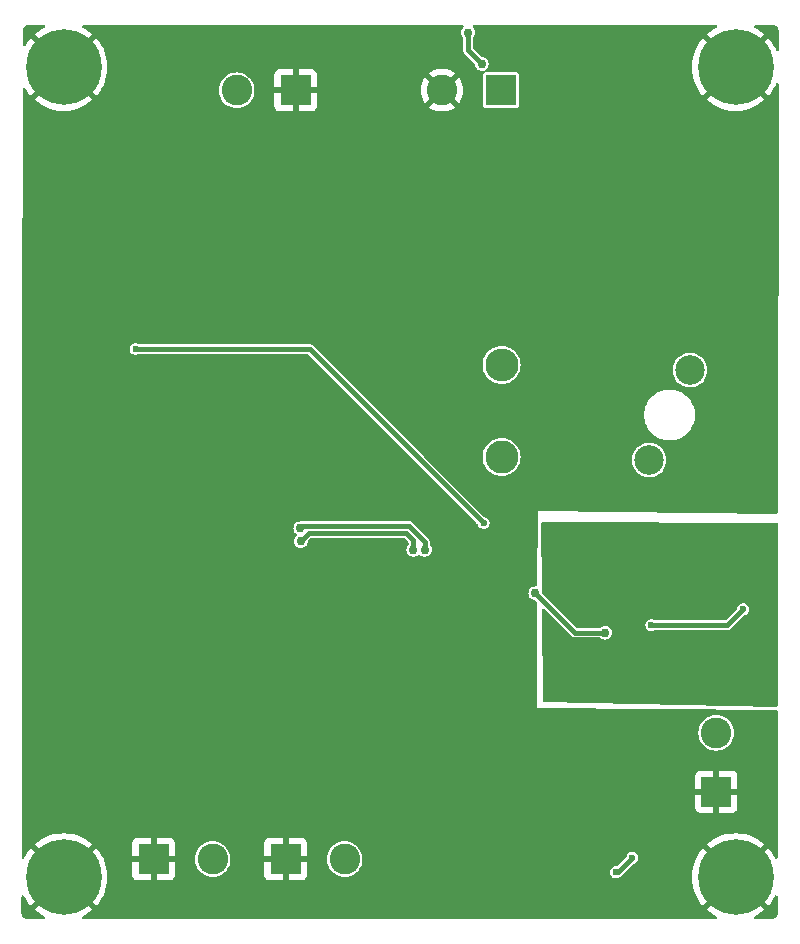
<source format=gbr>
%TF.GenerationSoftware,KiCad,Pcbnew,8.0.4*%
%TF.CreationDate,2025-06-08T20:42:27-04:00*%
%TF.ProjectId,12V-48V_Boost_Board,3132562d-3438-4565-9f42-6f6f73745f42,rev?*%
%TF.SameCoordinates,Original*%
%TF.FileFunction,Copper,L2,Bot*%
%TF.FilePolarity,Positive*%
%FSLAX46Y46*%
G04 Gerber Fmt 4.6, Leading zero omitted, Abs format (unit mm)*
G04 Created by KiCad (PCBNEW 8.0.4) date 2025-06-08 20:42:27*
%MOMM*%
%LPD*%
G01*
G04 APERTURE LIST*
%TA.AperFunction,ComponentPad*%
%ADD10C,2.600000*%
%TD*%
%TA.AperFunction,ComponentPad*%
%ADD11R,2.600000X2.600000*%
%TD*%
%TA.AperFunction,ComponentPad*%
%ADD12C,6.400000*%
%TD*%
%TA.AperFunction,ComponentPad*%
%ADD13C,2.800000*%
%TD*%
%TA.AperFunction,ComponentPad*%
%ADD14O,2.800000X2.800000*%
%TD*%
%TA.AperFunction,ComponentPad*%
%ADD15C,2.500000*%
%TD*%
%TA.AperFunction,ViaPad*%
%ADD16C,0.600000*%
%TD*%
%TA.AperFunction,ViaPad*%
%ADD17C,0.762000*%
%TD*%
%TA.AperFunction,Conductor*%
%ADD18C,0.406400*%
%TD*%
G04 APERTURE END LIST*
D10*
%TO.P,J4,2,Pin_2*%
%TO.N,Net-(J4-Pin_2)*%
X134540000Y-139192000D03*
D11*
%TO.P,J4,1,Pin_1*%
%TO.N,GND*%
X129540000Y-139192000D03*
%TD*%
%TO.P,J3,1,Pin_1*%
%TO.N,GND*%
X166000000Y-133500000D03*
D10*
%TO.P,J3,2,Pin_2*%
%TO.N,Net-(J3-Pin_2)*%
X166000000Y-128500000D03*
%TD*%
D12*
%TO.P,H4,1,1*%
%TO.N,GND*%
X110744000Y-72136000D03*
%TD*%
D11*
%TO.P,J6,1,Pin_1*%
%TO.N,GND*%
X130400000Y-74100000D03*
D10*
%TO.P,J6,2,Pin_2*%
%TO.N,Net-(J6-Pin_2)*%
X125400000Y-74100000D03*
%TD*%
D13*
%TO.P,TH1,1*%
%TO.N,Net-(F1-Pad2)*%
X147828000Y-105156000D03*
D14*
%TO.P,TH1,2*%
%TO.N,/Boost_Board_Chip/12V_INPUT*%
X147828000Y-97356000D03*
%TD*%
D12*
%TO.P,H1,1,1*%
%TO.N,GND*%
X167640000Y-72136000D03*
%TD*%
D15*
%TO.P,F1,1*%
%TO.N,/IN-*%
X163779000Y-97790000D03*
%TO.P,F1,2*%
%TO.N,Net-(F1-Pad2)*%
X160325000Y-105410000D03*
%TD*%
D12*
%TO.P,H3,1,1*%
%TO.N,GND*%
X110744000Y-140716000D03*
%TD*%
%TO.P,H2,1,1*%
%TO.N,GND*%
X167640000Y-140716000D03*
%TD*%
D11*
%TO.P,J1,1,Pin_1*%
%TO.N,+12V*%
X147788000Y-74100000D03*
D10*
%TO.P,J1,2,Pin_2*%
%TO.N,GND*%
X142788000Y-74100000D03*
%TD*%
D11*
%TO.P,J5,1,Pin_1*%
%TO.N,GND*%
X118364000Y-139192000D03*
D10*
%TO.P,J5,2,Pin_2*%
%TO.N,Net-(J5-Pin_2)*%
X123364000Y-139192000D03*
%TD*%
D16*
%TO.N,GND*%
X142900000Y-81200000D03*
X124700000Y-81200000D03*
X129200000Y-77600000D03*
X138400000Y-70900000D03*
D17*
X170000000Y-127500000D03*
X148500000Y-132600000D03*
D16*
X156305400Y-69906400D03*
X154700000Y-75100000D03*
X156800000Y-134000000D03*
X163300000Y-133500000D03*
%TO.N,Net-(J3-Pin_2)*%
X158900000Y-139100000D03*
X157500000Y-140300000D03*
%TO.N,GND*%
X156700000Y-139900000D03*
D17*
X146000000Y-132500000D03*
X143500000Y-132500000D03*
X148500000Y-130000000D03*
X146000000Y-130000000D03*
X143500000Y-130000000D03*
X148500000Y-127500000D03*
X146000000Y-127500000D03*
X143500000Y-127500000D03*
X148500000Y-125000000D03*
X146000000Y-125000000D03*
X143500000Y-125000000D03*
%TO.N,Net-(Q1-G)*%
X141329798Y-113000000D03*
%TO.N,/Boost_Board_Chip/DITHOFF*%
X150688084Y-116700000D03*
X156619587Y-120017082D03*
%TO.N,Net-(C8-Pad1)*%
X130816149Y-112287400D03*
%TO.N,GND*%
X120000000Y-82500000D03*
X118700000Y-82900000D03*
X148500000Y-119521601D03*
X120500000Y-75000000D03*
X112000000Y-79000000D03*
X114700000Y-70000000D03*
%TO.N,+12V*%
X146144000Y-71856000D03*
X145000000Y-69212600D03*
%TO.N,GND*%
X146000000Y-117000000D03*
X146000000Y-114500000D03*
X134500000Y-116000000D03*
X133000000Y-116000000D03*
X134500000Y-114500000D03*
X133000000Y-114500000D03*
X134500000Y-113000000D03*
X133000000Y-113000000D03*
X143500000Y-123000000D03*
%TO.N,Net-(C8-Pad1)*%
X140364595Y-113000000D03*
%TO.N,Net-(Q1-G)*%
X130794999Y-111194999D03*
%TO.N,GND*%
X143500000Y-121000000D03*
X123400000Y-130900000D03*
X123000000Y-129000000D03*
X123000000Y-125000000D03*
X123000000Y-121500000D03*
X146000000Y-112000000D03*
X134500000Y-94000000D03*
X138500000Y-110000000D03*
X138500000Y-106000000D03*
X130500000Y-94000000D03*
X126500000Y-94000000D03*
X122500000Y-94000000D03*
X134500000Y-110000000D03*
X130500000Y-110000000D03*
X126500000Y-110000000D03*
X122500000Y-110000000D03*
X134500000Y-106000000D03*
X130500000Y-106000000D03*
X126500000Y-106000000D03*
X122500000Y-106000000D03*
X134500000Y-102000000D03*
X130500000Y-102000000D03*
X126500000Y-102000000D03*
X122500000Y-102000000D03*
X130500000Y-98000000D03*
X126500000Y-98000000D03*
X122500000Y-98000000D03*
X154000000Y-99500000D03*
X154000000Y-88000000D03*
X169500000Y-85000000D03*
X168500000Y-77500000D03*
X153500000Y-112500000D03*
X170500000Y-113000000D03*
X114500000Y-133000000D03*
X110500000Y-126500000D03*
X110500000Y-118500000D03*
X110500000Y-110500000D03*
X110500000Y-102500000D03*
X110500000Y-94500000D03*
X109000000Y-82000000D03*
D16*
%TO.N,/Boost_Board_Chip/12V_INPUT*%
X116840000Y-96012000D03*
X146304000Y-110744000D03*
%TO.N,GND*%
X155895936Y-116205000D03*
X154362712Y-121428338D03*
X153730920Y-118638535D03*
X155575000Y-121428338D03*
X156519852Y-118734202D03*
X154305000Y-116205000D03*
%TO.N,Net-(U1-FB)*%
X160505002Y-119384202D03*
X168275000Y-118054200D03*
D17*
%TO.N,GND*%
X170000000Y-107500000D03*
X165000000Y-107500000D03*
X170000000Y-102500000D03*
X165000000Y-102500000D03*
X170000000Y-93000000D03*
X109000000Y-90000000D03*
%TD*%
D18*
%TO.N,+12V*%
X145000000Y-70712000D02*
X145000000Y-69212600D01*
X146144000Y-71856000D02*
X145000000Y-70712000D01*
%TO.N,Net-(J3-Pin_2)*%
X157700000Y-140300000D02*
X158900000Y-139100000D01*
X157500000Y-140300000D02*
X157700000Y-140300000D01*
%TO.N,/Boost_Board_Chip/DITHOFF*%
X154005166Y-120017082D02*
X150688084Y-116700000D01*
X156619587Y-120017082D02*
X154005166Y-120017082D01*
%TO.N,Net-(Q1-G)*%
X141329798Y-112329798D02*
X141329798Y-113000000D01*
X140000000Y-111000000D02*
X141329798Y-112329798D01*
X130794999Y-111194999D02*
X130989998Y-111000000D01*
X130989998Y-111000000D02*
X140000000Y-111000000D01*
%TO.N,Net-(C8-Pad1)*%
X140364595Y-112226699D02*
X140364595Y-113000000D01*
X140318948Y-112181052D02*
X140364595Y-112226699D01*
X139747496Y-111609600D02*
X140318948Y-112181052D01*
X134109600Y-111609600D02*
X139747496Y-111609600D01*
X131493949Y-111609600D02*
X134109600Y-111609600D01*
X130816149Y-112287400D02*
X131493949Y-111609600D01*
%TO.N,/Boost_Board_Chip/12V_INPUT*%
X131572000Y-96012000D02*
X146304000Y-110744000D01*
X116840000Y-96012000D02*
X131572000Y-96012000D01*
%TO.N,Net-(U1-FB)*%
X166944998Y-119384202D02*
X168275000Y-118054200D01*
X160505002Y-119384202D02*
X166944998Y-119384202D01*
%TD*%
%TA.AperFunction,Conductor*%
%TO.N,GND*%
G36*
X109523588Y-141758330D02*
G01*
X109701670Y-141936412D01*
X109803300Y-142010251D01*
X108308648Y-143504903D01*
X108308649Y-143504904D01*
X108566206Y-143713468D01*
X108891456Y-143924689D01*
X109127609Y-144045015D01*
X109178405Y-144092989D01*
X109195200Y-144160810D01*
X109172663Y-144226945D01*
X109117948Y-144270397D01*
X109071314Y-144279500D01*
X107702961Y-144279500D01*
X107689078Y-144278720D01*
X107595174Y-144268140D01*
X107568102Y-144261961D01*
X107485523Y-144233065D01*
X107460506Y-144221018D01*
X107386419Y-144174466D01*
X107364710Y-144157153D01*
X107302847Y-144095290D01*
X107285534Y-144073581D01*
X107238982Y-143999494D01*
X107226937Y-143974481D01*
X107198037Y-143891892D01*
X107191861Y-143864834D01*
X107181290Y-143771018D01*
X107180511Y-143756988D01*
X107182412Y-142392264D01*
X107202190Y-142325254D01*
X107255058Y-142279573D01*
X107324230Y-142269726D01*
X107387745Y-142298839D01*
X107416897Y-142336144D01*
X107535310Y-142568543D01*
X107746531Y-142893793D01*
X107955095Y-143151350D01*
X107955096Y-143151350D01*
X109449748Y-141656698D01*
X109523588Y-141758330D01*
G37*
%TD.AperFunction*%
%TA.AperFunction,Conductor*%
G36*
X144575467Y-68592185D02*
G01*
X144621222Y-68644989D01*
X144631166Y-68714147D01*
X144602141Y-68777703D01*
X144583914Y-68794876D01*
X144582987Y-68795587D01*
X144489266Y-68917726D01*
X144430350Y-69059962D01*
X144430349Y-69059964D01*
X144410255Y-69212598D01*
X144410255Y-69212601D01*
X144430349Y-69365235D01*
X144430350Y-69365237D01*
X144489266Y-69507473D01*
X144567477Y-69609400D01*
X144592670Y-69674566D01*
X144593100Y-69684884D01*
X144593100Y-70765567D01*
X144593099Y-70765567D01*
X144620830Y-70869058D01*
X144674398Y-70961841D01*
X144674400Y-70961844D01*
X145522322Y-71809766D01*
X145555807Y-71871089D01*
X145557580Y-71881261D01*
X145569602Y-71972574D01*
X145574350Y-72008637D01*
X145633266Y-72150873D01*
X145726987Y-72273013D01*
X145849127Y-72366734D01*
X145991363Y-72425650D01*
X146039186Y-72431946D01*
X146143999Y-72445745D01*
X146144000Y-72445745D01*
X146248810Y-72431946D01*
X146317843Y-72442711D01*
X146370099Y-72489091D01*
X146388985Y-72556360D01*
X146368505Y-72623160D01*
X146348530Y-72643258D01*
X146349776Y-72644504D01*
X146341142Y-72653137D01*
X146296118Y-72720520D01*
X146296117Y-72720523D01*
X146284300Y-72779933D01*
X146284300Y-72779936D01*
X146284300Y-75420064D01*
X146284300Y-75420066D01*
X146284299Y-75420066D01*
X146296117Y-75479476D01*
X146296118Y-75479479D01*
X146296119Y-75479480D01*
X146341140Y-75546860D01*
X146405376Y-75589780D01*
X146408520Y-75591881D01*
X146408523Y-75591882D01*
X146467933Y-75603700D01*
X146467936Y-75603700D01*
X149108066Y-75603700D01*
X149167476Y-75591882D01*
X149167477Y-75591881D01*
X149167480Y-75591881D01*
X149234860Y-75546860D01*
X149279881Y-75479480D01*
X149286174Y-75447844D01*
X149291700Y-75420066D01*
X149291700Y-72779933D01*
X149279882Y-72720523D01*
X149279881Y-72720520D01*
X149234860Y-72653140D01*
X149189838Y-72623057D01*
X149167479Y-72608118D01*
X149167476Y-72608117D01*
X149108066Y-72596300D01*
X149108064Y-72596300D01*
X146504028Y-72596300D01*
X146436989Y-72576615D01*
X146391234Y-72523811D01*
X146381290Y-72454653D01*
X146410315Y-72391097D01*
X146432969Y-72372392D01*
X146432424Y-72371682D01*
X146438871Y-72366734D01*
X146438873Y-72366734D01*
X146561013Y-72273013D01*
X146654734Y-72150873D01*
X146713650Y-72008637D01*
X146730419Y-71881261D01*
X146733745Y-71856001D01*
X146733745Y-71855998D01*
X146713650Y-71703364D01*
X146713650Y-71703363D01*
X146654734Y-71561128D01*
X146654733Y-71561127D01*
X146654733Y-71561126D01*
X146561014Y-71438988D01*
X146561013Y-71438987D01*
X146438873Y-71345266D01*
X146296637Y-71286350D01*
X146275632Y-71283584D01*
X146169261Y-71269580D01*
X146105365Y-71241313D01*
X146097766Y-71234322D01*
X145443219Y-70579775D01*
X145409734Y-70518452D01*
X145406900Y-70492094D01*
X145406900Y-69684884D01*
X145426585Y-69617845D01*
X145432510Y-69609416D01*
X145510734Y-69507473D01*
X145569650Y-69365237D01*
X145589745Y-69212600D01*
X145569650Y-69059963D01*
X145510734Y-68917728D01*
X145510733Y-68917727D01*
X145510733Y-68917726D01*
X145469763Y-68864333D01*
X145417013Y-68795587D01*
X145416085Y-68794875D01*
X145415501Y-68794075D01*
X145411266Y-68789840D01*
X145411926Y-68789179D01*
X145374883Y-68738448D01*
X145370728Y-68668702D01*
X145404940Y-68607782D01*
X145466657Y-68575029D01*
X145491572Y-68572500D01*
X165967314Y-68572500D01*
X166034353Y-68592185D01*
X166080108Y-68644989D01*
X166090052Y-68714147D01*
X166061027Y-68777703D01*
X166023609Y-68806985D01*
X165787456Y-68927310D01*
X165462206Y-69138531D01*
X165204648Y-69347095D01*
X165204648Y-69347096D01*
X166699301Y-70841748D01*
X166597670Y-70915588D01*
X166419588Y-71093670D01*
X166345748Y-71195300D01*
X164851096Y-69700648D01*
X164851095Y-69700648D01*
X164642531Y-69958206D01*
X164431310Y-70283456D01*
X164255244Y-70629005D01*
X164116262Y-70991063D01*
X164015887Y-71365669D01*
X164015886Y-71365676D01*
X163955219Y-71748712D01*
X163934922Y-72135999D01*
X163934922Y-72136000D01*
X163955219Y-72523287D01*
X164015886Y-72906323D01*
X164015887Y-72906330D01*
X164116262Y-73280936D01*
X164255244Y-73642994D01*
X164431310Y-73988543D01*
X164642531Y-74313793D01*
X164851095Y-74571350D01*
X164851096Y-74571350D01*
X166345748Y-73076698D01*
X166419588Y-73178330D01*
X166597670Y-73356412D01*
X166699300Y-73430251D01*
X165204648Y-74924903D01*
X165204649Y-74924904D01*
X165462206Y-75133468D01*
X165787456Y-75344689D01*
X166133005Y-75520755D01*
X166495063Y-75659737D01*
X166869669Y-75760112D01*
X166869676Y-75760113D01*
X167252712Y-75820780D01*
X167639999Y-75841078D01*
X167640001Y-75841078D01*
X168027287Y-75820780D01*
X168410323Y-75760113D01*
X168410330Y-75760112D01*
X168784936Y-75659737D01*
X169146994Y-75520755D01*
X169492543Y-75344689D01*
X169817783Y-75133476D01*
X169817785Y-75133475D01*
X170075349Y-74924902D01*
X168580698Y-73430251D01*
X168682330Y-73356412D01*
X168860412Y-73178330D01*
X168934251Y-73076698D01*
X170428902Y-74571349D01*
X170637475Y-74313785D01*
X170637476Y-74313783D01*
X170848689Y-73988543D01*
X171024756Y-73642991D01*
X171061464Y-73547365D01*
X171103866Y-73491832D01*
X171169560Y-73468039D01*
X171237688Y-73483540D01*
X171286621Y-73533414D01*
X171301228Y-73591975D01*
X171250771Y-109822483D01*
X171230993Y-109889495D01*
X171178125Y-109935176D01*
X171125532Y-109946304D01*
X150876000Y-109744000D01*
X150847498Y-115990413D01*
X150827507Y-116057362D01*
X150774495Y-116102875D01*
X150707316Y-116112786D01*
X150688088Y-116110255D01*
X150688083Y-116110255D01*
X150535448Y-116130349D01*
X150535446Y-116130350D01*
X150393210Y-116189266D01*
X150271071Y-116282987D01*
X150177350Y-116405126D01*
X150118434Y-116547362D01*
X150118433Y-116547364D01*
X150098339Y-116699998D01*
X150098339Y-116700001D01*
X150118433Y-116852635D01*
X150118434Y-116852637D01*
X150177350Y-116994873D01*
X150271071Y-117117013D01*
X150393211Y-117210734D01*
X150535447Y-117269650D01*
X150662821Y-117286419D01*
X150726718Y-117314685D01*
X150734317Y-117321677D01*
X150804383Y-117391743D01*
X150837868Y-117453066D01*
X150840701Y-117479990D01*
X150800000Y-126400000D01*
X171104419Y-126592034D01*
X171171266Y-126612350D01*
X171216519Y-126665585D01*
X171227243Y-126716200D01*
X171210057Y-139056357D01*
X171190279Y-139123369D01*
X171137411Y-139169050D01*
X171068239Y-139178897D01*
X171004724Y-139149784D01*
X170975572Y-139112478D01*
X170848692Y-138863461D01*
X170848691Y-138863458D01*
X170637468Y-138538206D01*
X170428904Y-138280649D01*
X170428903Y-138280648D01*
X168934251Y-139775300D01*
X168860412Y-139673670D01*
X168682330Y-139495588D01*
X168580698Y-139421748D01*
X170075350Y-137927096D01*
X170075350Y-137927095D01*
X169817793Y-137718531D01*
X169492543Y-137507310D01*
X169146994Y-137331244D01*
X168784936Y-137192262D01*
X168410330Y-137091887D01*
X168410323Y-137091886D01*
X168027287Y-137031219D01*
X167640001Y-137010922D01*
X167639999Y-137010922D01*
X167252712Y-137031219D01*
X166869676Y-137091886D01*
X166869669Y-137091887D01*
X166495063Y-137192262D01*
X166133005Y-137331244D01*
X165787456Y-137507310D01*
X165462206Y-137718531D01*
X165204648Y-137927095D01*
X165204648Y-137927096D01*
X166699301Y-139421748D01*
X166597670Y-139495588D01*
X166419588Y-139673670D01*
X166345748Y-139775300D01*
X164851096Y-138280648D01*
X164851095Y-138280648D01*
X164642531Y-138538206D01*
X164431310Y-138863456D01*
X164255244Y-139209005D01*
X164116262Y-139571063D01*
X164015887Y-139945669D01*
X164015886Y-139945676D01*
X163955219Y-140328712D01*
X163934922Y-140715999D01*
X163934922Y-140716000D01*
X163955219Y-141103287D01*
X164015886Y-141486323D01*
X164015887Y-141486330D01*
X164116262Y-141860936D01*
X164255244Y-142222994D01*
X164431310Y-142568543D01*
X164642531Y-142893793D01*
X164851095Y-143151350D01*
X164851096Y-143151350D01*
X166345748Y-141656698D01*
X166419588Y-141758330D01*
X166597670Y-141936412D01*
X166699300Y-142010251D01*
X165204648Y-143504903D01*
X165204649Y-143504904D01*
X165462206Y-143713468D01*
X165787456Y-143924689D01*
X166023609Y-144045015D01*
X166074405Y-144092989D01*
X166091200Y-144160810D01*
X166068663Y-144226945D01*
X166013948Y-144270397D01*
X165967314Y-144279500D01*
X112416686Y-144279500D01*
X112349647Y-144259815D01*
X112303892Y-144207011D01*
X112293948Y-144137853D01*
X112322973Y-144074297D01*
X112360391Y-144045015D01*
X112596543Y-143924689D01*
X112921783Y-143713476D01*
X112921785Y-143713475D01*
X113179349Y-143504902D01*
X111684698Y-142010251D01*
X111786330Y-141936412D01*
X111964412Y-141758330D01*
X112038251Y-141656698D01*
X113532902Y-143151349D01*
X113741475Y-142893785D01*
X113741476Y-142893783D01*
X113952689Y-142568543D01*
X114128755Y-142222994D01*
X114267737Y-141860936D01*
X114368112Y-141486330D01*
X114368113Y-141486323D01*
X114428780Y-141103287D01*
X114449078Y-140716000D01*
X114449078Y-140715999D01*
X114428780Y-140328712D01*
X114368113Y-139945676D01*
X114368112Y-139945669D01*
X114267737Y-139571063D01*
X114128755Y-139209005D01*
X113952689Y-138863456D01*
X113741468Y-138538206D01*
X113532904Y-138280649D01*
X113532903Y-138280648D01*
X112038251Y-139775300D01*
X111964412Y-139673670D01*
X111786330Y-139495588D01*
X111684698Y-139421748D01*
X113179350Y-137927096D01*
X113179350Y-137927095D01*
X113076927Y-137844155D01*
X116564000Y-137844155D01*
X116564000Y-138942000D01*
X117763999Y-138942000D01*
X117738979Y-139002402D01*
X117714000Y-139127981D01*
X117714000Y-139256019D01*
X117738979Y-139381598D01*
X117763999Y-139442000D01*
X116564000Y-139442000D01*
X116564000Y-140539844D01*
X116570401Y-140599372D01*
X116570403Y-140599379D01*
X116620645Y-140734086D01*
X116620649Y-140734093D01*
X116706809Y-140849187D01*
X116706812Y-140849190D01*
X116821906Y-140935350D01*
X116821913Y-140935354D01*
X116956620Y-140985596D01*
X116956627Y-140985598D01*
X117016155Y-140991999D01*
X117016172Y-140992000D01*
X118114000Y-140992000D01*
X118114000Y-139792001D01*
X118174402Y-139817021D01*
X118299981Y-139842000D01*
X118428019Y-139842000D01*
X118553598Y-139817021D01*
X118614000Y-139792001D01*
X118614000Y-140992000D01*
X119711828Y-140992000D01*
X119711844Y-140991999D01*
X119771372Y-140985598D01*
X119771379Y-140985596D01*
X119906086Y-140935354D01*
X119906093Y-140935350D01*
X120021187Y-140849190D01*
X120021190Y-140849187D01*
X120107350Y-140734093D01*
X120107354Y-140734086D01*
X120157596Y-140599379D01*
X120157598Y-140599372D01*
X120163999Y-140539844D01*
X120164000Y-140539827D01*
X120164000Y-139442000D01*
X118964001Y-139442000D01*
X118989021Y-139381598D01*
X119014000Y-139256019D01*
X119014000Y-139192000D01*
X121855650Y-139192000D01*
X121874219Y-139427955D01*
X121929473Y-139658106D01*
X122020049Y-139876777D01*
X122143717Y-140078583D01*
X122143720Y-140078588D01*
X122210373Y-140156628D01*
X122297435Y-140258565D01*
X122379567Y-140328712D01*
X122477411Y-140412279D01*
X122477416Y-140412282D01*
X122679222Y-140535950D01*
X122897893Y-140626526D01*
X122955431Y-140640339D01*
X123128042Y-140681780D01*
X123364000Y-140700350D01*
X123599958Y-140681780D01*
X123830106Y-140626526D01*
X124048777Y-140535950D01*
X124250586Y-140412281D01*
X124430565Y-140258565D01*
X124584281Y-140078586D01*
X124707950Y-139876777D01*
X124798526Y-139658106D01*
X124853780Y-139427958D01*
X124872350Y-139192000D01*
X124853780Y-138956042D01*
X124798526Y-138725894D01*
X124794186Y-138715415D01*
X124707950Y-138507222D01*
X124584282Y-138305416D01*
X124584279Y-138305411D01*
X124528958Y-138240639D01*
X124430565Y-138125435D01*
X124332170Y-138041398D01*
X124250588Y-137971720D01*
X124250583Y-137971717D01*
X124048777Y-137848049D01*
X124039376Y-137844155D01*
X127740000Y-137844155D01*
X127740000Y-138942000D01*
X128939999Y-138942000D01*
X128914979Y-139002402D01*
X128890000Y-139127981D01*
X128890000Y-139256019D01*
X128914979Y-139381598D01*
X128939999Y-139442000D01*
X127740000Y-139442000D01*
X127740000Y-140539844D01*
X127746401Y-140599372D01*
X127746403Y-140599379D01*
X127796645Y-140734086D01*
X127796649Y-140734093D01*
X127882809Y-140849187D01*
X127882812Y-140849190D01*
X127997906Y-140935350D01*
X127997913Y-140935354D01*
X128132620Y-140985596D01*
X128132627Y-140985598D01*
X128192155Y-140991999D01*
X128192172Y-140992000D01*
X129290000Y-140992000D01*
X129290000Y-139792001D01*
X129350402Y-139817021D01*
X129475981Y-139842000D01*
X129604019Y-139842000D01*
X129729598Y-139817021D01*
X129790000Y-139792001D01*
X129790000Y-140992000D01*
X130887828Y-140992000D01*
X130887844Y-140991999D01*
X130947372Y-140985598D01*
X130947379Y-140985596D01*
X131082086Y-140935354D01*
X131082093Y-140935350D01*
X131197187Y-140849190D01*
X131197190Y-140849187D01*
X131283350Y-140734093D01*
X131283354Y-140734086D01*
X131333596Y-140599379D01*
X131333598Y-140599372D01*
X131339999Y-140539844D01*
X131340000Y-140539827D01*
X131340000Y-139442000D01*
X130140001Y-139442000D01*
X130165021Y-139381598D01*
X130190000Y-139256019D01*
X130190000Y-139192000D01*
X133031650Y-139192000D01*
X133050219Y-139427955D01*
X133105473Y-139658106D01*
X133196049Y-139876777D01*
X133319717Y-140078583D01*
X133319720Y-140078588D01*
X133386373Y-140156628D01*
X133473435Y-140258565D01*
X133555567Y-140328712D01*
X133653411Y-140412279D01*
X133653416Y-140412282D01*
X133855222Y-140535950D01*
X134073893Y-140626526D01*
X134131431Y-140640339D01*
X134304042Y-140681780D01*
X134540000Y-140700350D01*
X134775958Y-140681780D01*
X135006106Y-140626526D01*
X135224777Y-140535950D01*
X135426586Y-140412281D01*
X135558051Y-140300000D01*
X156991120Y-140300000D01*
X157011732Y-140443363D01*
X157011734Y-140443371D01*
X157071900Y-140575117D01*
X157071905Y-140575125D01*
X157166751Y-140684584D01*
X157166753Y-140684585D01*
X157166754Y-140684586D01*
X157288604Y-140762894D01*
X157288605Y-140762894D01*
X157288608Y-140762896D01*
X157427576Y-140803699D01*
X157427578Y-140803700D01*
X157427579Y-140803700D01*
X157572422Y-140803700D01*
X157572422Y-140803699D01*
X157711396Y-140762894D01*
X157814409Y-140696690D01*
X157849354Y-140681233D01*
X157857058Y-140679170D01*
X157949843Y-140625601D01*
X158949084Y-139626359D01*
X159001827Y-139595065D01*
X159111396Y-139562894D01*
X159233246Y-139484586D01*
X159328097Y-139375121D01*
X159388267Y-139243368D01*
X159408880Y-139100000D01*
X159388267Y-138956632D01*
X159345715Y-138863456D01*
X159328099Y-138824882D01*
X159328094Y-138824874D01*
X159233248Y-138715415D01*
X159111391Y-138637103D01*
X158972423Y-138596300D01*
X158972421Y-138596300D01*
X158827579Y-138596300D01*
X158827576Y-138596300D01*
X158688608Y-138637103D01*
X158566751Y-138715415D01*
X158471905Y-138824874D01*
X158471902Y-138824880D01*
X158411733Y-138956630D01*
X158411732Y-138956634D01*
X158408170Y-138981409D01*
X158379143Y-139044965D01*
X158373113Y-139051441D01*
X157664574Y-139759981D01*
X157603251Y-139793466D01*
X157576893Y-139796300D01*
X157427576Y-139796300D01*
X157288608Y-139837103D01*
X157166751Y-139915415D01*
X157071905Y-140024874D01*
X157071900Y-140024882D01*
X157011734Y-140156628D01*
X157011732Y-140156636D01*
X156991120Y-140300000D01*
X135558051Y-140300000D01*
X135606565Y-140258565D01*
X135760281Y-140078586D01*
X135883950Y-139876777D01*
X135974526Y-139658106D01*
X136029780Y-139427958D01*
X136048350Y-139192000D01*
X136029780Y-138956042D01*
X135974526Y-138725894D01*
X135970186Y-138715415D01*
X135883950Y-138507222D01*
X135760282Y-138305416D01*
X135760279Y-138305411D01*
X135704958Y-138240639D01*
X135606565Y-138125435D01*
X135508170Y-138041398D01*
X135426588Y-137971720D01*
X135426583Y-137971717D01*
X135224777Y-137848049D01*
X135006106Y-137757473D01*
X134775954Y-137702219D01*
X134775955Y-137702219D01*
X134540000Y-137683650D01*
X134304044Y-137702219D01*
X134073893Y-137757473D01*
X133855222Y-137848049D01*
X133653416Y-137971717D01*
X133653411Y-137971720D01*
X133473435Y-138125435D01*
X133319720Y-138305411D01*
X133319717Y-138305416D01*
X133196049Y-138507222D01*
X133105473Y-138725893D01*
X133050219Y-138956044D01*
X133031650Y-139192000D01*
X130190000Y-139192000D01*
X130190000Y-139127981D01*
X130165021Y-139002402D01*
X130140001Y-138942000D01*
X131340000Y-138942000D01*
X131340000Y-137844172D01*
X131339999Y-137844155D01*
X131333598Y-137784627D01*
X131333596Y-137784620D01*
X131283354Y-137649913D01*
X131283350Y-137649906D01*
X131197190Y-137534812D01*
X131197187Y-137534809D01*
X131082093Y-137448649D01*
X131082086Y-137448645D01*
X130947379Y-137398403D01*
X130947372Y-137398401D01*
X130887844Y-137392000D01*
X129790000Y-137392000D01*
X129790000Y-138591998D01*
X129729598Y-138566979D01*
X129604019Y-138542000D01*
X129475981Y-138542000D01*
X129350402Y-138566979D01*
X129290000Y-138591998D01*
X129290000Y-137392000D01*
X128192155Y-137392000D01*
X128132627Y-137398401D01*
X128132620Y-137398403D01*
X127997913Y-137448645D01*
X127997906Y-137448649D01*
X127882812Y-137534809D01*
X127882809Y-137534812D01*
X127796649Y-137649906D01*
X127796645Y-137649913D01*
X127746403Y-137784620D01*
X127746401Y-137784627D01*
X127740000Y-137844155D01*
X124039376Y-137844155D01*
X123830106Y-137757473D01*
X123599954Y-137702219D01*
X123599955Y-137702219D01*
X123364000Y-137683650D01*
X123128044Y-137702219D01*
X122897893Y-137757473D01*
X122679222Y-137848049D01*
X122477416Y-137971717D01*
X122477411Y-137971720D01*
X122297435Y-138125435D01*
X122143720Y-138305411D01*
X122143717Y-138305416D01*
X122020049Y-138507222D01*
X121929473Y-138725893D01*
X121874219Y-138956044D01*
X121855650Y-139192000D01*
X119014000Y-139192000D01*
X119014000Y-139127981D01*
X118989021Y-139002402D01*
X118964001Y-138942000D01*
X120164000Y-138942000D01*
X120164000Y-137844172D01*
X120163999Y-137844155D01*
X120157598Y-137784627D01*
X120157596Y-137784620D01*
X120107354Y-137649913D01*
X120107350Y-137649906D01*
X120021190Y-137534812D01*
X120021187Y-137534809D01*
X119906093Y-137448649D01*
X119906086Y-137448645D01*
X119771379Y-137398403D01*
X119771372Y-137398401D01*
X119711844Y-137392000D01*
X118614000Y-137392000D01*
X118614000Y-138591998D01*
X118553598Y-138566979D01*
X118428019Y-138542000D01*
X118299981Y-138542000D01*
X118174402Y-138566979D01*
X118114000Y-138591998D01*
X118114000Y-137392000D01*
X117016155Y-137392000D01*
X116956627Y-137398401D01*
X116956620Y-137398403D01*
X116821913Y-137448645D01*
X116821906Y-137448649D01*
X116706812Y-137534809D01*
X116706809Y-137534812D01*
X116620649Y-137649906D01*
X116620645Y-137649913D01*
X116570403Y-137784620D01*
X116570401Y-137784627D01*
X116564000Y-137844155D01*
X113076927Y-137844155D01*
X112921793Y-137718531D01*
X112596543Y-137507310D01*
X112250994Y-137331244D01*
X111888936Y-137192262D01*
X111514330Y-137091887D01*
X111514323Y-137091886D01*
X111131287Y-137031219D01*
X110744001Y-137010922D01*
X110743999Y-137010922D01*
X110356712Y-137031219D01*
X109973676Y-137091886D01*
X109973669Y-137091887D01*
X109599063Y-137192262D01*
X109237005Y-137331244D01*
X108891456Y-137507310D01*
X108566206Y-137718531D01*
X108308648Y-137927095D01*
X108308648Y-137927096D01*
X109803301Y-139421748D01*
X109701670Y-139495588D01*
X109523588Y-139673670D01*
X109449748Y-139775300D01*
X107955096Y-138280648D01*
X107955095Y-138280648D01*
X107746531Y-138538206D01*
X107535310Y-138863456D01*
X107421579Y-139086666D01*
X107373604Y-139137462D01*
X107305783Y-139154257D01*
X107239648Y-139131720D01*
X107196197Y-139077004D01*
X107187094Y-139030201D01*
X107196673Y-132152155D01*
X164200000Y-132152155D01*
X164200000Y-133250000D01*
X165399999Y-133250000D01*
X165374979Y-133310402D01*
X165350000Y-133435981D01*
X165350000Y-133564019D01*
X165374979Y-133689598D01*
X165399999Y-133750000D01*
X164200000Y-133750000D01*
X164200000Y-134847844D01*
X164206401Y-134907372D01*
X164206403Y-134907379D01*
X164256645Y-135042086D01*
X164256649Y-135042093D01*
X164342809Y-135157187D01*
X164342812Y-135157190D01*
X164457906Y-135243350D01*
X164457913Y-135243354D01*
X164592620Y-135293596D01*
X164592627Y-135293598D01*
X164652155Y-135299999D01*
X164652172Y-135300000D01*
X165750000Y-135300000D01*
X165750000Y-134100001D01*
X165810402Y-134125021D01*
X165935981Y-134150000D01*
X166064019Y-134150000D01*
X166189598Y-134125021D01*
X166250000Y-134100001D01*
X166250000Y-135300000D01*
X167347828Y-135300000D01*
X167347844Y-135299999D01*
X167407372Y-135293598D01*
X167407379Y-135293596D01*
X167542086Y-135243354D01*
X167542093Y-135243350D01*
X167657187Y-135157190D01*
X167657190Y-135157187D01*
X167743350Y-135042093D01*
X167743354Y-135042086D01*
X167793596Y-134907379D01*
X167793598Y-134907372D01*
X167799999Y-134847844D01*
X167800000Y-134847827D01*
X167800000Y-133750000D01*
X166600001Y-133750000D01*
X166625021Y-133689598D01*
X166650000Y-133564019D01*
X166650000Y-133435981D01*
X166625021Y-133310402D01*
X166600001Y-133250000D01*
X167800000Y-133250000D01*
X167800000Y-132152172D01*
X167799999Y-132152155D01*
X167793598Y-132092627D01*
X167793596Y-132092620D01*
X167743354Y-131957913D01*
X167743350Y-131957906D01*
X167657190Y-131842812D01*
X167657187Y-131842809D01*
X167542093Y-131756649D01*
X167542086Y-131756645D01*
X167407379Y-131706403D01*
X167407372Y-131706401D01*
X167347844Y-131700000D01*
X166250000Y-131700000D01*
X166250000Y-132899998D01*
X166189598Y-132874979D01*
X166064019Y-132850000D01*
X165935981Y-132850000D01*
X165810402Y-132874979D01*
X165750000Y-132899998D01*
X165750000Y-131700000D01*
X164652155Y-131700000D01*
X164592627Y-131706401D01*
X164592620Y-131706403D01*
X164457913Y-131756645D01*
X164457906Y-131756649D01*
X164342812Y-131842809D01*
X164342809Y-131842812D01*
X164256649Y-131957906D01*
X164256645Y-131957913D01*
X164206403Y-132092620D01*
X164206401Y-132092627D01*
X164200000Y-132152155D01*
X107196673Y-132152155D01*
X107201759Y-128500000D01*
X164491650Y-128500000D01*
X164510219Y-128735955D01*
X164565473Y-128966106D01*
X164656049Y-129184777D01*
X164779717Y-129386583D01*
X164779720Y-129386588D01*
X164849398Y-129468170D01*
X164933435Y-129566565D01*
X165048639Y-129664958D01*
X165113411Y-129720279D01*
X165113416Y-129720282D01*
X165315222Y-129843950D01*
X165533893Y-129934526D01*
X165591431Y-129948339D01*
X165764042Y-129989780D01*
X166000000Y-130008350D01*
X166235958Y-129989780D01*
X166466106Y-129934526D01*
X166684777Y-129843950D01*
X166886586Y-129720281D01*
X167066565Y-129566565D01*
X167220281Y-129386586D01*
X167343950Y-129184777D01*
X167434526Y-128966106D01*
X167489780Y-128735958D01*
X167508350Y-128500000D01*
X167489780Y-128264042D01*
X167434526Y-128033894D01*
X167343950Y-127815223D01*
X167343950Y-127815222D01*
X167220282Y-127613416D01*
X167220279Y-127613411D01*
X167164958Y-127548639D01*
X167066565Y-127433435D01*
X166968170Y-127349398D01*
X166886588Y-127279720D01*
X166886583Y-127279717D01*
X166684777Y-127156049D01*
X166466106Y-127065473D01*
X166235954Y-127010219D01*
X166235955Y-127010219D01*
X166000000Y-126991650D01*
X165764044Y-127010219D01*
X165533893Y-127065473D01*
X165315222Y-127156049D01*
X165113416Y-127279717D01*
X165113411Y-127279720D01*
X164933435Y-127433435D01*
X164779720Y-127613411D01*
X164779717Y-127613416D01*
X164656049Y-127815222D01*
X164565473Y-128033893D01*
X164510219Y-128264044D01*
X164491650Y-128500000D01*
X107201759Y-128500000D01*
X107225859Y-111194997D01*
X130205254Y-111194997D01*
X130205254Y-111195000D01*
X130225348Y-111347634D01*
X130225349Y-111347636D01*
X130284265Y-111489872D01*
X130377986Y-111612012D01*
X130401193Y-111629819D01*
X130428716Y-111650939D01*
X130469918Y-111707367D01*
X130474073Y-111777113D01*
X130439860Y-111838033D01*
X130428716Y-111847689D01*
X130399136Y-111870386D01*
X130305415Y-111992526D01*
X130246499Y-112134762D01*
X130246498Y-112134764D01*
X130226404Y-112287398D01*
X130226404Y-112287401D01*
X130246498Y-112440035D01*
X130246499Y-112440037D01*
X130305415Y-112582273D01*
X130399136Y-112704413D01*
X130521276Y-112798134D01*
X130663512Y-112857050D01*
X130739830Y-112867097D01*
X130816148Y-112877145D01*
X130816149Y-112877145D01*
X130816150Y-112877145D01*
X130867028Y-112870446D01*
X130968786Y-112857050D01*
X131111022Y-112798134D01*
X131233162Y-112704413D01*
X131326883Y-112582273D01*
X131385799Y-112440037D01*
X131402568Y-112312659D01*
X131430834Y-112248764D01*
X131437801Y-112241190D01*
X131626175Y-112052816D01*
X131687498Y-112019334D01*
X131713855Y-112016500D01*
X134056031Y-112016500D01*
X139527590Y-112016500D01*
X139594629Y-112036185D01*
X139615271Y-112052819D01*
X139921376Y-112358924D01*
X139954861Y-112420247D01*
X139957695Y-112446605D01*
X139957695Y-112527714D01*
X139938010Y-112594753D01*
X139932072Y-112603199D01*
X139853861Y-112705127D01*
X139794945Y-112847362D01*
X139794944Y-112847364D01*
X139774850Y-112999998D01*
X139774850Y-113000001D01*
X139794944Y-113152635D01*
X139794945Y-113152637D01*
X139853861Y-113294873D01*
X139947582Y-113417013D01*
X140069722Y-113510734D01*
X140211958Y-113569650D01*
X140288276Y-113579697D01*
X140364594Y-113589745D01*
X140364595Y-113589745D01*
X140364596Y-113589745D01*
X140415474Y-113583046D01*
X140517232Y-113569650D01*
X140659468Y-113510734D01*
X140771710Y-113424607D01*
X140836878Y-113399413D01*
X140905323Y-113413451D01*
X140922675Y-113424601D01*
X141034925Y-113510734D01*
X141177161Y-113569650D01*
X141253479Y-113579697D01*
X141329797Y-113589745D01*
X141329798Y-113589745D01*
X141329799Y-113589745D01*
X141380677Y-113583046D01*
X141482435Y-113569650D01*
X141624671Y-113510734D01*
X141746811Y-113417013D01*
X141840532Y-113294873D01*
X141899448Y-113152637D01*
X141919543Y-113000000D01*
X141899448Y-112847363D01*
X141840532Y-112705128D01*
X141812399Y-112668464D01*
X141762321Y-112603199D01*
X141737128Y-112538030D01*
X141736698Y-112527714D01*
X141736698Y-112276231D01*
X141736698Y-112276229D01*
X141708968Y-112172741D01*
X141655399Y-112079956D01*
X141579640Y-112004197D01*
X140249843Y-110674399D01*
X140157058Y-110620830D01*
X140157059Y-110620830D01*
X140129326Y-110613399D01*
X140053570Y-110593100D01*
X140053569Y-110593100D01*
X130936429Y-110593100D01*
X130936427Y-110593100D01*
X130883241Y-110607351D01*
X130834965Y-110610515D01*
X130795002Y-110605254D01*
X130794998Y-110605254D01*
X130642363Y-110625348D01*
X130642361Y-110625349D01*
X130500125Y-110684265D01*
X130377986Y-110777986D01*
X130284265Y-110900125D01*
X130225349Y-111042361D01*
X130225348Y-111042363D01*
X130205254Y-111194997D01*
X107225859Y-111194997D01*
X107247004Y-96012000D01*
X116331120Y-96012000D01*
X116351732Y-96155363D01*
X116351734Y-96155371D01*
X116411900Y-96287117D01*
X116411905Y-96287125D01*
X116506751Y-96396584D01*
X116506753Y-96396585D01*
X116506754Y-96396586D01*
X116628604Y-96474894D01*
X116628605Y-96474894D01*
X116628608Y-96474896D01*
X116767576Y-96515699D01*
X116767578Y-96515700D01*
X116767579Y-96515700D01*
X116912422Y-96515700D01*
X116912422Y-96515699D01*
X117051396Y-96474894D01*
X117107896Y-96438583D01*
X117174934Y-96418900D01*
X131352094Y-96418900D01*
X131419133Y-96438585D01*
X131439775Y-96455219D01*
X145777113Y-110792557D01*
X145810598Y-110853880D01*
X145812170Y-110862590D01*
X145815732Y-110887364D01*
X145815733Y-110887369D01*
X145875902Y-111019119D01*
X145875905Y-111019125D01*
X145970751Y-111128584D01*
X145970753Y-111128585D01*
X145970754Y-111128586D01*
X146092604Y-111206894D01*
X146092605Y-111206894D01*
X146092608Y-111206896D01*
X146231576Y-111247699D01*
X146231578Y-111247700D01*
X146231579Y-111247700D01*
X146376422Y-111247700D01*
X146376422Y-111247699D01*
X146437143Y-111229870D01*
X146515391Y-111206896D01*
X146515392Y-111206895D01*
X146515396Y-111206894D01*
X146637246Y-111128586D01*
X146732097Y-111019121D01*
X146792267Y-110887368D01*
X146812880Y-110744000D01*
X146792267Y-110600632D01*
X146779287Y-110572210D01*
X146732099Y-110468882D01*
X146732094Y-110468874D01*
X146637248Y-110359415D01*
X146515391Y-110281103D01*
X146405829Y-110248934D01*
X146353082Y-110217638D01*
X141291444Y-105156000D01*
X146219341Y-105156000D01*
X146239145Y-105407647D01*
X146298072Y-105653100D01*
X146394671Y-105886312D01*
X146394673Y-105886315D01*
X146526565Y-106101543D01*
X146526569Y-106101548D01*
X146528883Y-106104257D01*
X146690506Y-106293494D01*
X146813372Y-106398431D01*
X146882451Y-106457430D01*
X146882456Y-106457434D01*
X147097684Y-106589326D01*
X147097687Y-106589328D01*
X147330899Y-106685927D01*
X147433793Y-106710629D01*
X147576350Y-106744854D01*
X147828000Y-106764659D01*
X148079650Y-106744854D01*
X148256431Y-106702412D01*
X148325100Y-106685927D01*
X148325101Y-106685926D01*
X148325103Y-106685926D01*
X148457327Y-106631157D01*
X148558312Y-106589328D01*
X148558313Y-106589327D01*
X148558316Y-106589326D01*
X148773546Y-106457432D01*
X148965494Y-106293494D01*
X149129432Y-106101546D01*
X149261326Y-105886316D01*
X149262438Y-105883633D01*
X149357927Y-105653100D01*
X149374412Y-105584431D01*
X149416291Y-105409994D01*
X158866318Y-105409994D01*
X158866318Y-105410005D01*
X158886212Y-105650087D01*
X158945352Y-105883631D01*
X159042127Y-106104257D01*
X159173893Y-106305938D01*
X159173896Y-106305942D01*
X159337064Y-106483189D01*
X159337068Y-106483192D01*
X159527177Y-106631160D01*
X159527179Y-106631161D01*
X159527182Y-106631163D01*
X159628376Y-106685926D01*
X159739054Y-106745822D01*
X159857374Y-106786441D01*
X159966911Y-106824046D01*
X159966913Y-106824046D01*
X159966915Y-106824047D01*
X160204543Y-106863700D01*
X160204544Y-106863700D01*
X160445456Y-106863700D01*
X160445457Y-106863700D01*
X160683085Y-106824047D01*
X160910946Y-106745822D01*
X161122823Y-106631160D01*
X161312938Y-106483187D01*
X161476105Y-106305941D01*
X161607873Y-106104256D01*
X161704647Y-105883633D01*
X161763787Y-105650091D01*
X161783682Y-105410000D01*
X161783487Y-105407650D01*
X161763787Y-105169912D01*
X161763787Y-105169909D01*
X161704647Y-104936367D01*
X161607873Y-104715744D01*
X161476105Y-104514059D01*
X161312938Y-104336813D01*
X161312937Y-104336812D01*
X161312935Y-104336810D01*
X161312931Y-104336807D01*
X161122826Y-104188842D01*
X161122817Y-104188836D01*
X160910952Y-104074181D01*
X160910949Y-104074180D01*
X160910946Y-104074178D01*
X160910940Y-104074176D01*
X160910938Y-104074175D01*
X160683088Y-103995953D01*
X160504864Y-103966213D01*
X160445457Y-103956300D01*
X160204543Y-103956300D01*
X160157017Y-103964230D01*
X159966911Y-103995953D01*
X159739061Y-104074175D01*
X159739047Y-104074181D01*
X159527182Y-104188836D01*
X159527173Y-104188842D01*
X159337068Y-104336807D01*
X159337064Y-104336810D01*
X159173896Y-104514057D01*
X159173893Y-104514061D01*
X159042127Y-104715742D01*
X158945352Y-104936368D01*
X158886212Y-105169912D01*
X158866318Y-105409994D01*
X149416291Y-105409994D01*
X149416854Y-105407650D01*
X149436659Y-105156000D01*
X149416854Y-104904350D01*
X149371574Y-104715744D01*
X149357927Y-104658899D01*
X149261328Y-104425687D01*
X149261326Y-104425684D01*
X149129434Y-104210456D01*
X149129430Y-104210451D01*
X149070431Y-104141372D01*
X148965494Y-104018506D01*
X148860555Y-103928880D01*
X148773548Y-103854569D01*
X148773543Y-103854565D01*
X148558315Y-103722673D01*
X148558312Y-103722671D01*
X148325100Y-103626072D01*
X148079646Y-103567145D01*
X148079647Y-103567145D01*
X147828000Y-103547341D01*
X147576352Y-103567145D01*
X147330899Y-103626072D01*
X147097687Y-103722671D01*
X147097684Y-103722673D01*
X146882456Y-103854565D01*
X146882451Y-103854569D01*
X146690506Y-104018506D01*
X146526569Y-104210451D01*
X146526565Y-104210456D01*
X146394673Y-104425684D01*
X146394671Y-104425687D01*
X146298072Y-104658899D01*
X146239145Y-104904352D01*
X146219341Y-105156000D01*
X141291444Y-105156000D01*
X137594171Y-101458727D01*
X159896500Y-101458727D01*
X159896500Y-101741272D01*
X159896501Y-101741289D01*
X159933380Y-102021415D01*
X160006514Y-102294353D01*
X160114641Y-102555395D01*
X160114646Y-102555406D01*
X160255917Y-102800093D01*
X160255928Y-102800109D01*
X160427930Y-103024267D01*
X160427936Y-103024274D01*
X160627725Y-103224063D01*
X160627731Y-103224068D01*
X160851899Y-103396078D01*
X160851906Y-103396082D01*
X161096593Y-103537353D01*
X161096598Y-103537355D01*
X161096601Y-103537357D01*
X161357651Y-103645487D01*
X161630581Y-103718619D01*
X161910721Y-103755500D01*
X161910728Y-103755500D01*
X162193272Y-103755500D01*
X162193279Y-103755500D01*
X162473419Y-103718619D01*
X162746349Y-103645487D01*
X163007399Y-103537357D01*
X163252101Y-103396078D01*
X163476269Y-103224068D01*
X163676068Y-103024269D01*
X163848078Y-102800101D01*
X163989357Y-102555399D01*
X164097487Y-102294349D01*
X164170619Y-102021419D01*
X164207500Y-101741279D01*
X164207500Y-101458721D01*
X164170619Y-101178581D01*
X164097487Y-100905651D01*
X163989357Y-100644601D01*
X163989355Y-100644598D01*
X163989353Y-100644593D01*
X163848082Y-100399906D01*
X163848078Y-100399899D01*
X163676068Y-100175731D01*
X163676063Y-100175725D01*
X163476274Y-99975936D01*
X163476267Y-99975930D01*
X163252109Y-99803928D01*
X163252107Y-99803926D01*
X163252101Y-99803922D01*
X163252096Y-99803919D01*
X163252093Y-99803917D01*
X163007406Y-99662646D01*
X163007395Y-99662641D01*
X162746353Y-99554514D01*
X162473415Y-99481380D01*
X162193289Y-99444501D01*
X162193284Y-99444500D01*
X162193279Y-99444500D01*
X161910721Y-99444500D01*
X161910715Y-99444500D01*
X161910710Y-99444501D01*
X161630584Y-99481380D01*
X161357646Y-99554514D01*
X161096604Y-99662641D01*
X161096593Y-99662646D01*
X160851906Y-99803917D01*
X160851890Y-99803928D01*
X160627732Y-99975930D01*
X160627725Y-99975936D01*
X160427936Y-100175725D01*
X160427930Y-100175732D01*
X160255928Y-100399890D01*
X160255917Y-100399906D01*
X160114646Y-100644593D01*
X160114641Y-100644604D01*
X160006514Y-100905646D01*
X159933380Y-101178584D01*
X159896501Y-101458710D01*
X159896500Y-101458727D01*
X137594171Y-101458727D01*
X133491444Y-97356000D01*
X146219341Y-97356000D01*
X146239145Y-97607647D01*
X146298072Y-97853100D01*
X146394671Y-98086312D01*
X146394673Y-98086315D01*
X146526565Y-98301543D01*
X146526569Y-98301548D01*
X146600880Y-98388555D01*
X146690506Y-98493494D01*
X146813372Y-98598431D01*
X146882451Y-98657430D01*
X146882456Y-98657434D01*
X147097684Y-98789326D01*
X147097687Y-98789328D01*
X147330899Y-98885927D01*
X147433793Y-98910629D01*
X147576350Y-98944854D01*
X147828000Y-98964659D01*
X148079650Y-98944854D01*
X148256431Y-98902412D01*
X148325100Y-98885927D01*
X148325101Y-98885926D01*
X148325103Y-98885926D01*
X148421699Y-98845914D01*
X148558312Y-98789328D01*
X148558313Y-98789327D01*
X148558316Y-98789326D01*
X148773546Y-98657432D01*
X148965494Y-98493494D01*
X149129432Y-98301546D01*
X149152667Y-98263631D01*
X149156954Y-98256633D01*
X149261326Y-98086316D01*
X149357926Y-97853103D01*
X149373077Y-97789994D01*
X162320318Y-97789994D01*
X162320318Y-97790005D01*
X162340212Y-98030087D01*
X162399352Y-98263631D01*
X162496127Y-98484257D01*
X162627893Y-98685938D01*
X162627896Y-98685942D01*
X162791064Y-98863189D01*
X162791068Y-98863192D01*
X162981177Y-99011160D01*
X162981179Y-99011161D01*
X162981182Y-99011163D01*
X163104356Y-99077821D01*
X163193054Y-99125822D01*
X163311374Y-99166441D01*
X163420911Y-99204046D01*
X163420913Y-99204046D01*
X163420915Y-99204047D01*
X163658543Y-99243700D01*
X163658544Y-99243700D01*
X163899456Y-99243700D01*
X163899457Y-99243700D01*
X164137085Y-99204047D01*
X164364946Y-99125822D01*
X164576823Y-99011160D01*
X164766938Y-98863187D01*
X164930105Y-98685941D01*
X165061873Y-98484256D01*
X165158647Y-98263633D01*
X165217787Y-98030091D01*
X165237682Y-97790000D01*
X165217787Y-97549909D01*
X165158647Y-97316367D01*
X165061873Y-97095744D01*
X164930105Y-96894059D01*
X164766938Y-96716813D01*
X164766937Y-96716812D01*
X164766935Y-96716810D01*
X164766931Y-96716807D01*
X164576826Y-96568842D01*
X164576817Y-96568836D01*
X164364952Y-96454181D01*
X164364949Y-96454180D01*
X164364946Y-96454178D01*
X164364940Y-96454176D01*
X164364938Y-96454175D01*
X164137088Y-96375953D01*
X163958864Y-96346213D01*
X163899457Y-96336300D01*
X163658543Y-96336300D01*
X163611017Y-96344230D01*
X163420911Y-96375953D01*
X163193061Y-96454175D01*
X163193047Y-96454181D01*
X162981182Y-96568836D01*
X162981173Y-96568842D01*
X162791068Y-96716807D01*
X162791064Y-96716810D01*
X162627896Y-96894057D01*
X162627893Y-96894061D01*
X162496127Y-97095742D01*
X162399352Y-97316368D01*
X162340212Y-97549912D01*
X162320318Y-97789994D01*
X149373077Y-97789994D01*
X149416854Y-97607650D01*
X149436659Y-97356000D01*
X149416854Y-97104350D01*
X149366368Y-96894059D01*
X149357927Y-96858899D01*
X149261328Y-96625687D01*
X149261326Y-96625684D01*
X149129434Y-96410456D01*
X149129430Y-96410451D01*
X149066099Y-96336300D01*
X148965494Y-96218506D01*
X148860555Y-96128880D01*
X148773548Y-96054569D01*
X148773543Y-96054565D01*
X148558315Y-95922673D01*
X148558312Y-95922671D01*
X148325100Y-95826072D01*
X148079646Y-95767145D01*
X148079647Y-95767145D01*
X147828000Y-95747341D01*
X147576352Y-95767145D01*
X147330899Y-95826072D01*
X147097687Y-95922671D01*
X147097684Y-95922673D01*
X146882456Y-96054565D01*
X146882451Y-96054569D01*
X146690506Y-96218506D01*
X146526569Y-96410451D01*
X146526565Y-96410456D01*
X146394673Y-96625684D01*
X146394671Y-96625687D01*
X146298072Y-96858899D01*
X146239145Y-97104352D01*
X146219341Y-97356000D01*
X133491444Y-97356000D01*
X131821844Y-95686400D01*
X131821843Y-95686399D01*
X131729058Y-95632830D01*
X131729059Y-95632830D01*
X131703186Y-95625897D01*
X131625570Y-95605100D01*
X131625569Y-95605100D01*
X131625567Y-95605100D01*
X117174934Y-95605100D01*
X117107896Y-95585416D01*
X117051396Y-95549106D01*
X117051392Y-95549104D01*
X117051391Y-95549104D01*
X116912423Y-95508300D01*
X116912421Y-95508300D01*
X116767579Y-95508300D01*
X116767576Y-95508300D01*
X116628608Y-95549103D01*
X116506751Y-95627415D01*
X116411905Y-95736874D01*
X116411900Y-95736882D01*
X116351734Y-95868628D01*
X116351732Y-95868636D01*
X116331120Y-96012000D01*
X107247004Y-96012000D01*
X107277661Y-73999196D01*
X107297438Y-73932190D01*
X107350306Y-73886509D01*
X107419478Y-73876662D01*
X107482993Y-73905775D01*
X107512144Y-73943079D01*
X107535306Y-73988537D01*
X107535308Y-73988541D01*
X107746531Y-74313793D01*
X107955095Y-74571350D01*
X107955096Y-74571350D01*
X109449748Y-73076698D01*
X109523588Y-73178330D01*
X109701670Y-73356412D01*
X109803300Y-73430251D01*
X108308648Y-74924903D01*
X108308649Y-74924904D01*
X108566206Y-75133468D01*
X108891456Y-75344689D01*
X109237005Y-75520755D01*
X109599063Y-75659737D01*
X109973669Y-75760112D01*
X109973676Y-75760113D01*
X110356712Y-75820780D01*
X110743999Y-75841078D01*
X110744001Y-75841078D01*
X111131287Y-75820780D01*
X111514323Y-75760113D01*
X111514330Y-75760112D01*
X111888936Y-75659737D01*
X112250994Y-75520755D01*
X112596543Y-75344689D01*
X112921783Y-75133476D01*
X112921785Y-75133475D01*
X113179349Y-74924902D01*
X111684698Y-73430251D01*
X111786330Y-73356412D01*
X111964412Y-73178330D01*
X112038251Y-73076698D01*
X113532902Y-74571349D01*
X113741475Y-74313785D01*
X113741476Y-74313783D01*
X113880308Y-74100000D01*
X123891650Y-74100000D01*
X123910219Y-74335955D01*
X123965473Y-74566106D01*
X124056049Y-74784777D01*
X124179717Y-74986583D01*
X124179720Y-74986588D01*
X124249398Y-75068170D01*
X124333435Y-75166565D01*
X124448639Y-75264958D01*
X124513411Y-75320279D01*
X124513416Y-75320282D01*
X124715222Y-75443950D01*
X124933893Y-75534526D01*
X124985264Y-75546859D01*
X125164042Y-75589780D01*
X125400000Y-75608350D01*
X125635958Y-75589780D01*
X125866106Y-75534526D01*
X126084777Y-75443950D01*
X126286586Y-75320281D01*
X126466565Y-75166565D01*
X126620281Y-74986586D01*
X126743950Y-74784777D01*
X126834526Y-74566106D01*
X126889780Y-74335958D01*
X126908350Y-74100000D01*
X126889780Y-73864042D01*
X126834526Y-73633894D01*
X126828266Y-73618779D01*
X126743950Y-73415222D01*
X126620282Y-73213416D01*
X126620279Y-73213411D01*
X126509051Y-73083180D01*
X126466565Y-73033435D01*
X126317744Y-72906330D01*
X126286588Y-72879720D01*
X126286583Y-72879717D01*
X126084777Y-72756049D01*
X126075376Y-72752155D01*
X128600000Y-72752155D01*
X128600000Y-73850000D01*
X129799999Y-73850000D01*
X129774979Y-73910402D01*
X129750000Y-74035981D01*
X129750000Y-74164019D01*
X129774979Y-74289598D01*
X129799999Y-74350000D01*
X128600000Y-74350000D01*
X128600000Y-75447844D01*
X128606401Y-75507372D01*
X128606403Y-75507379D01*
X128656645Y-75642086D01*
X128656649Y-75642093D01*
X128742809Y-75757187D01*
X128742812Y-75757190D01*
X128857906Y-75843350D01*
X128857913Y-75843354D01*
X128992620Y-75893596D01*
X128992627Y-75893598D01*
X129052155Y-75899999D01*
X129052172Y-75900000D01*
X130150000Y-75900000D01*
X130150000Y-74700001D01*
X130210402Y-74725021D01*
X130335981Y-74750000D01*
X130464019Y-74750000D01*
X130589598Y-74725021D01*
X130650000Y-74700001D01*
X130650000Y-75900000D01*
X131747828Y-75900000D01*
X131747844Y-75899999D01*
X131807372Y-75893598D01*
X131807379Y-75893596D01*
X131942086Y-75843354D01*
X131942093Y-75843350D01*
X132057187Y-75757190D01*
X132057190Y-75757187D01*
X132143350Y-75642093D01*
X132143354Y-75642086D01*
X132193596Y-75507379D01*
X132193598Y-75507372D01*
X132199999Y-75447844D01*
X132200000Y-75447827D01*
X132200000Y-74350000D01*
X131000001Y-74350000D01*
X131025021Y-74289598D01*
X131050000Y-74164019D01*
X131050000Y-74099995D01*
X140982953Y-74099995D01*
X140982953Y-74100004D01*
X141003113Y-74369026D01*
X141003113Y-74369028D01*
X141063142Y-74632033D01*
X141063148Y-74632052D01*
X141161709Y-74883181D01*
X141161708Y-74883181D01*
X141296602Y-75116822D01*
X141350294Y-75184151D01*
X142186957Y-74347487D01*
X142211978Y-74407890D01*
X142283112Y-74514351D01*
X142373649Y-74604888D01*
X142480110Y-74676022D01*
X142540510Y-74701041D01*
X141702848Y-75538702D01*
X141885483Y-75663220D01*
X141885485Y-75663221D01*
X142128539Y-75780269D01*
X142128537Y-75780269D01*
X142386337Y-75859790D01*
X142386343Y-75859792D01*
X142653101Y-75899999D01*
X142653110Y-75900000D01*
X142922890Y-75900000D01*
X142922898Y-75899999D01*
X143189656Y-75859792D01*
X143189662Y-75859790D01*
X143447461Y-75780269D01*
X143690521Y-75663218D01*
X143873150Y-75538702D01*
X143035488Y-74701041D01*
X143095890Y-74676022D01*
X143202351Y-74604888D01*
X143292888Y-74514351D01*
X143364022Y-74407890D01*
X143389041Y-74347488D01*
X144225703Y-75184151D01*
X144225704Y-75184150D01*
X144279393Y-75116828D01*
X144279400Y-75116817D01*
X144414290Y-74883181D01*
X144512851Y-74632052D01*
X144512857Y-74632033D01*
X144572886Y-74369028D01*
X144572886Y-74369026D01*
X144593047Y-74100004D01*
X144593047Y-74099995D01*
X144572886Y-73830973D01*
X144572886Y-73830971D01*
X144512857Y-73567966D01*
X144512851Y-73567947D01*
X144414290Y-73316818D01*
X144414291Y-73316818D01*
X144279397Y-73083177D01*
X144225704Y-73015847D01*
X143389041Y-73852510D01*
X143364022Y-73792110D01*
X143292888Y-73685649D01*
X143202351Y-73595112D01*
X143095890Y-73523978D01*
X143035488Y-73498958D01*
X143873150Y-72661296D01*
X143690517Y-72536779D01*
X143690516Y-72536778D01*
X143447460Y-72419730D01*
X143447462Y-72419730D01*
X143189662Y-72340209D01*
X143189656Y-72340207D01*
X142922898Y-72300000D01*
X142653101Y-72300000D01*
X142386343Y-72340207D01*
X142386337Y-72340209D01*
X142128538Y-72419730D01*
X141885485Y-72536778D01*
X141885476Y-72536783D01*
X141702848Y-72661296D01*
X142540511Y-73498958D01*
X142480110Y-73523978D01*
X142373649Y-73595112D01*
X142283112Y-73685649D01*
X142211978Y-73792110D01*
X142186958Y-73852511D01*
X141350295Y-73015848D01*
X141296600Y-73083180D01*
X141161709Y-73316818D01*
X141063148Y-73567947D01*
X141063142Y-73567966D01*
X141003113Y-73830971D01*
X141003113Y-73830973D01*
X140982953Y-74099995D01*
X131050000Y-74099995D01*
X131050000Y-74035981D01*
X131025021Y-73910402D01*
X131000001Y-73850000D01*
X132200000Y-73850000D01*
X132200000Y-72752172D01*
X132199999Y-72752155D01*
X132193598Y-72692627D01*
X132193596Y-72692620D01*
X132143354Y-72557913D01*
X132143350Y-72557906D01*
X132057190Y-72442812D01*
X132057187Y-72442809D01*
X131942093Y-72356649D01*
X131942086Y-72356645D01*
X131807379Y-72306403D01*
X131807372Y-72306401D01*
X131747844Y-72300000D01*
X130650000Y-72300000D01*
X130650000Y-73499998D01*
X130589598Y-73474979D01*
X130464019Y-73450000D01*
X130335981Y-73450000D01*
X130210402Y-73474979D01*
X130150000Y-73499998D01*
X130150000Y-72300000D01*
X129052155Y-72300000D01*
X128992627Y-72306401D01*
X128992620Y-72306403D01*
X128857913Y-72356645D01*
X128857906Y-72356649D01*
X128742812Y-72442809D01*
X128742809Y-72442812D01*
X128656649Y-72557906D01*
X128656645Y-72557913D01*
X128606403Y-72692620D01*
X128606401Y-72692627D01*
X128600000Y-72752155D01*
X126075376Y-72752155D01*
X125866106Y-72665473D01*
X125635954Y-72610219D01*
X125635955Y-72610219D01*
X125400000Y-72591650D01*
X125164044Y-72610219D01*
X124933893Y-72665473D01*
X124715222Y-72756049D01*
X124513416Y-72879717D01*
X124513411Y-72879720D01*
X124333435Y-73033435D01*
X124179720Y-73213411D01*
X124179717Y-73213416D01*
X124056049Y-73415222D01*
X123965473Y-73633893D01*
X123910219Y-73864044D01*
X123891650Y-74100000D01*
X113880308Y-74100000D01*
X113952689Y-73988543D01*
X114128755Y-73642994D01*
X114267737Y-73280936D01*
X114368112Y-72906330D01*
X114368113Y-72906323D01*
X114428780Y-72523287D01*
X114449078Y-72136000D01*
X114449078Y-72135999D01*
X114428780Y-71748712D01*
X114368113Y-71365676D01*
X114368112Y-71365669D01*
X114267737Y-70991063D01*
X114128755Y-70629005D01*
X113952689Y-70283456D01*
X113741468Y-69958206D01*
X113532904Y-69700649D01*
X113532903Y-69700648D01*
X112038251Y-71195300D01*
X111964412Y-71093670D01*
X111786330Y-70915588D01*
X111684698Y-70841748D01*
X113179350Y-69347096D01*
X113179350Y-69347095D01*
X112921793Y-69138531D01*
X112596543Y-68927310D01*
X112360391Y-68806985D01*
X112309595Y-68759011D01*
X112292800Y-68691190D01*
X112315337Y-68625055D01*
X112370052Y-68581603D01*
X112416686Y-68572500D01*
X144508428Y-68572500D01*
X144575467Y-68592185D01*
G37*
%TD.AperFunction*%
%TA.AperFunction,Conductor*%
G36*
X170428902Y-143151349D02*
G01*
X170637475Y-142893785D01*
X170637476Y-142893783D01*
X170848691Y-142568541D01*
X170848692Y-142568538D01*
X170970936Y-142328620D01*
X171018910Y-142277823D01*
X171086731Y-142261028D01*
X171152866Y-142283565D01*
X171196318Y-142338280D01*
X171205421Y-142385087D01*
X171203605Y-143689379D01*
X171203502Y-143690947D01*
X171203502Y-143757038D01*
X171202722Y-143770923D01*
X171192141Y-143864824D01*
X171185962Y-143891894D01*
X171157063Y-143974482D01*
X171145016Y-143999499D01*
X171098467Y-144073582D01*
X171081154Y-144095291D01*
X171019289Y-144157156D01*
X170997580Y-144174469D01*
X170923503Y-144221015D01*
X170898485Y-144233063D01*
X170815893Y-144261963D01*
X170788824Y-144268141D01*
X170712428Y-144276749D01*
X170694940Y-144278720D01*
X170681058Y-144279500D01*
X169312686Y-144279500D01*
X169245647Y-144259815D01*
X169199892Y-144207011D01*
X169189948Y-144137853D01*
X169218973Y-144074297D01*
X169256391Y-144045015D01*
X169492543Y-143924689D01*
X169817783Y-143713476D01*
X169817785Y-143713475D01*
X170075349Y-143504902D01*
X168580698Y-142010251D01*
X168682330Y-141936412D01*
X168860412Y-141758330D01*
X168934251Y-141656698D01*
X170428902Y-143151349D01*
G37*
%TD.AperFunction*%
%TA.AperFunction,Conductor*%
G36*
X109138353Y-68592185D02*
G01*
X109184108Y-68644989D01*
X109194052Y-68714147D01*
X109165027Y-68777703D01*
X109127609Y-68806985D01*
X108891456Y-68927310D01*
X108566206Y-69138531D01*
X108308648Y-69347095D01*
X108308648Y-69347096D01*
X109803301Y-70841748D01*
X109701670Y-70915588D01*
X109523588Y-71093670D01*
X109449748Y-71195300D01*
X107955096Y-69700648D01*
X107955095Y-69700648D01*
X107746531Y-69958206D01*
X107535308Y-70283458D01*
X107535306Y-70283462D01*
X107517348Y-70318706D01*
X107469373Y-70369500D01*
X107401551Y-70386294D01*
X107335417Y-70363755D01*
X107291967Y-70309039D01*
X107282865Y-70262239D01*
X107284397Y-69162723D01*
X107284502Y-69161161D01*
X107284502Y-69094961D01*
X107285282Y-69081078D01*
X107295862Y-68987177D01*
X107295863Y-68987175D01*
X107295862Y-68987173D01*
X107302040Y-68960107D01*
X107330940Y-68877511D01*
X107342982Y-68852509D01*
X107389539Y-68778413D01*
X107406842Y-68756717D01*
X107468716Y-68694843D01*
X107490415Y-68677538D01*
X107564505Y-68630984D01*
X107589519Y-68618939D01*
X107672107Y-68590040D01*
X107699177Y-68583861D01*
X107739033Y-68579371D01*
X107793099Y-68573280D01*
X107806981Y-68572500D01*
X107865893Y-68572500D01*
X109071314Y-68572500D01*
X109138353Y-68592185D01*
G37*
%TD.AperFunction*%
%TA.AperFunction,Conductor*%
G36*
X170798923Y-68573280D02*
G01*
X170892823Y-68583860D01*
X170919892Y-68590038D01*
X171002481Y-68618937D01*
X171027499Y-68630985D01*
X171101581Y-68677534D01*
X171123289Y-68694846D01*
X171185155Y-68756712D01*
X171202465Y-68778418D01*
X171220415Y-68806985D01*
X171249014Y-68852498D01*
X171261063Y-68877518D01*
X171289961Y-68960107D01*
X171296139Y-68987175D01*
X171306711Y-69080997D01*
X171307491Y-69095055D01*
X171305268Y-70690895D01*
X171285490Y-70757907D01*
X171232622Y-70803588D01*
X171163450Y-70813435D01*
X171099935Y-70784322D01*
X171065504Y-70735160D01*
X171024755Y-70629005D01*
X170848689Y-70283456D01*
X170637468Y-69958206D01*
X170428904Y-69700649D01*
X170428903Y-69700648D01*
X168934251Y-71195300D01*
X168860412Y-71093670D01*
X168682330Y-70915588D01*
X168580698Y-70841748D01*
X170075350Y-69347096D01*
X170075350Y-69347095D01*
X169817793Y-69138531D01*
X169492543Y-68927310D01*
X169256391Y-68806985D01*
X169205595Y-68759011D01*
X169188800Y-68691190D01*
X169211337Y-68625055D01*
X169266052Y-68581603D01*
X169312686Y-68572500D01*
X170726109Y-68572500D01*
X170785039Y-68572500D01*
X170798923Y-68573280D01*
G37*
%TD.AperFunction*%
%TD*%
%TA.AperFunction,Conductor*%
%TO.N,GND*%
G36*
X171125862Y-110748961D02*
G01*
X171192811Y-110768945D01*
X171238330Y-110821952D01*
X171249307Y-110873133D01*
X171228025Y-126154704D01*
X171208247Y-126221716D01*
X171155379Y-126267397D01*
X171101655Y-126278508D01*
X151420707Y-125902307D01*
X151354056Y-125881345D01*
X151309319Y-125827676D01*
X151299081Y-125779274D01*
X151240846Y-118128504D01*
X151260019Y-118061320D01*
X151312474Y-118015165D01*
X151381554Y-118004695D01*
X151445329Y-118033236D01*
X151452523Y-118039883D01*
X153755318Y-120342679D01*
X153755319Y-120342680D01*
X153755321Y-120342681D01*
X153755323Y-120342683D01*
X153808892Y-120373610D01*
X153808893Y-120373611D01*
X153848103Y-120396249D01*
X153848104Y-120396250D01*
X153848106Y-120396250D01*
X153848109Y-120396252D01*
X153951597Y-120423982D01*
X156147303Y-120423982D01*
X156214342Y-120443667D01*
X156222770Y-120449592D01*
X156324714Y-120527816D01*
X156466950Y-120586732D01*
X156543268Y-120596779D01*
X156619586Y-120606827D01*
X156619587Y-120606827D01*
X156619588Y-120606827D01*
X156670466Y-120600128D01*
X156772224Y-120586732D01*
X156914460Y-120527816D01*
X157036600Y-120434095D01*
X157130321Y-120311955D01*
X157189237Y-120169719D01*
X157209332Y-120017082D01*
X157189237Y-119864445D01*
X157130321Y-119722210D01*
X157130320Y-119722209D01*
X157130320Y-119722208D01*
X157036601Y-119600070D01*
X157024125Y-119590497D01*
X156914460Y-119506348D01*
X156772224Y-119447432D01*
X156772222Y-119447431D01*
X156619588Y-119427337D01*
X156619586Y-119427337D01*
X156466951Y-119447431D01*
X156466949Y-119447432D01*
X156324713Y-119506348D01*
X156222788Y-119584558D01*
X156157618Y-119609752D01*
X156147302Y-119610182D01*
X154225072Y-119610182D01*
X154158033Y-119590497D01*
X154137391Y-119573863D01*
X153947730Y-119384202D01*
X159996122Y-119384202D01*
X160016734Y-119527565D01*
X160016736Y-119527573D01*
X160076902Y-119659319D01*
X160076907Y-119659327D01*
X160171753Y-119768786D01*
X160171755Y-119768787D01*
X160171756Y-119768788D01*
X160293606Y-119847096D01*
X160293607Y-119847096D01*
X160293610Y-119847098D01*
X160432578Y-119887901D01*
X160432580Y-119887902D01*
X160432581Y-119887902D01*
X160577424Y-119887902D01*
X160577424Y-119887901D01*
X160716398Y-119847096D01*
X160772898Y-119810785D01*
X160839936Y-119791102D01*
X166998565Y-119791102D01*
X166998568Y-119791102D01*
X167102056Y-119763372D01*
X167194841Y-119709803D01*
X168324084Y-118580559D01*
X168376827Y-118549265D01*
X168486396Y-118517094D01*
X168608246Y-118438786D01*
X168703097Y-118329321D01*
X168763267Y-118197568D01*
X168783880Y-118054200D01*
X168763267Y-117910832D01*
X168750287Y-117882410D01*
X168703099Y-117779082D01*
X168703094Y-117779074D01*
X168608248Y-117669615D01*
X168486391Y-117591303D01*
X168347423Y-117550500D01*
X168347421Y-117550500D01*
X168202579Y-117550500D01*
X168202576Y-117550500D01*
X168063608Y-117591303D01*
X167941751Y-117669615D01*
X167846905Y-117779074D01*
X167846902Y-117779080D01*
X167786733Y-117910830D01*
X167786732Y-117910834D01*
X167783170Y-117935609D01*
X167754143Y-117999165D01*
X167748113Y-118005641D01*
X166812773Y-118940983D01*
X166751450Y-118974468D01*
X166725092Y-118977302D01*
X160839936Y-118977302D01*
X160772898Y-118957618D01*
X160716398Y-118921308D01*
X160716394Y-118921306D01*
X160716393Y-118921306D01*
X160577425Y-118880502D01*
X160577423Y-118880502D01*
X160432581Y-118880502D01*
X160432578Y-118880502D01*
X160293610Y-118921305D01*
X160171753Y-118999617D01*
X160076907Y-119109076D01*
X160076902Y-119109084D01*
X160016736Y-119240830D01*
X160016734Y-119240838D01*
X159996122Y-119384202D01*
X153947730Y-119384202D01*
X151309761Y-116746233D01*
X151276276Y-116684910D01*
X151274503Y-116674737D01*
X151257734Y-116547363D01*
X151237520Y-116498564D01*
X151228086Y-116452062D01*
X151184955Y-110785501D01*
X151204128Y-110718314D01*
X151256583Y-110672159D01*
X151309500Y-110660559D01*
X171125862Y-110748961D01*
G37*
%TD.AperFunction*%
%TD*%
M02*

</source>
